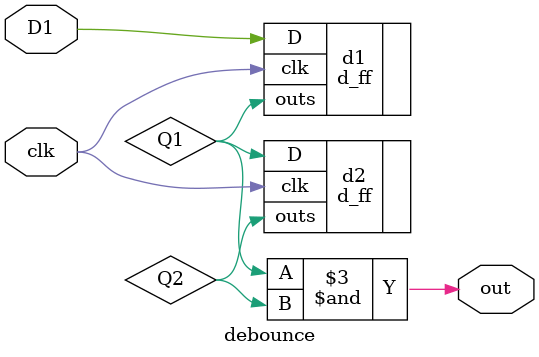
<source format=v>
`timescale 1ns / 1ps


module debounce(D1,clk,out);
input D1,clk;
wire Q1,Q2,Q_2;
output out;
d_ff d1(.D(D1),.clk(clk),.outs(Q1));
d_ff d2(.D(Q1),.clk(clk),.outs(Q2));
assign Q_2=~Q2;
assign out=Q1&(~Q_2);
endmodule

</source>
